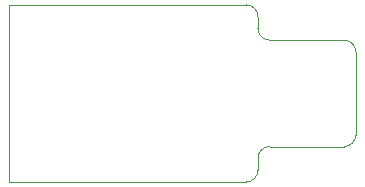
<source format=gbr>
%TF.GenerationSoftware,KiCad,Pcbnew,(6.0.5)*%
%TF.CreationDate,2022-06-17T17:21:07-07:00*%
%TF.ProjectId,picstick,70696373-7469-4636-9b2e-6b696361645f,1.0*%
%TF.SameCoordinates,Original*%
%TF.FileFunction,Profile,NP*%
%FSLAX46Y46*%
G04 Gerber Fmt 4.6, Leading zero omitted, Abs format (unit mm)*
G04 Created by KiCad (PCBNEW (6.0.5)) date 2022-06-17 17:21:07*
%MOMM*%
%LPD*%
G01*
G04 APERTURE LIST*
%TA.AperFunction,Profile*%
%ADD10C,0.100000*%
%TD*%
G04 APERTURE END LIST*
D10*
X125540000Y-75500000D02*
X119250000Y-75500000D01*
X118250000Y-74500000D02*
X118250000Y-73500000D01*
X118250000Y-73500000D02*
G75*
G03*
X117250000Y-72500000I-1000000J0D01*
G01*
X125540000Y-84500000D02*
G75*
G03*
X126540000Y-83500000I0J1000000D01*
G01*
X97200000Y-87500000D02*
X117250000Y-87500000D01*
X117250000Y-87500000D02*
G75*
G03*
X118250000Y-86500000I0J1000000D01*
G01*
X118250000Y-74500000D02*
G75*
G03*
X119250000Y-75500000I1000000J0D01*
G01*
X126540000Y-83500000D02*
X126540000Y-76500000D01*
X126540000Y-76500000D02*
G75*
G03*
X125540000Y-75500000I-1000000J0D01*
G01*
X119250000Y-84500000D02*
G75*
G03*
X118250000Y-85500000I0J-1000000D01*
G01*
X118250000Y-86500000D02*
X118250000Y-85500000D01*
X97200000Y-72500000D02*
X117250000Y-72500000D01*
X119250000Y-84500000D02*
X125540000Y-84500000D01*
X97200000Y-72500000D02*
X97200000Y-87500000D01*
M02*

</source>
